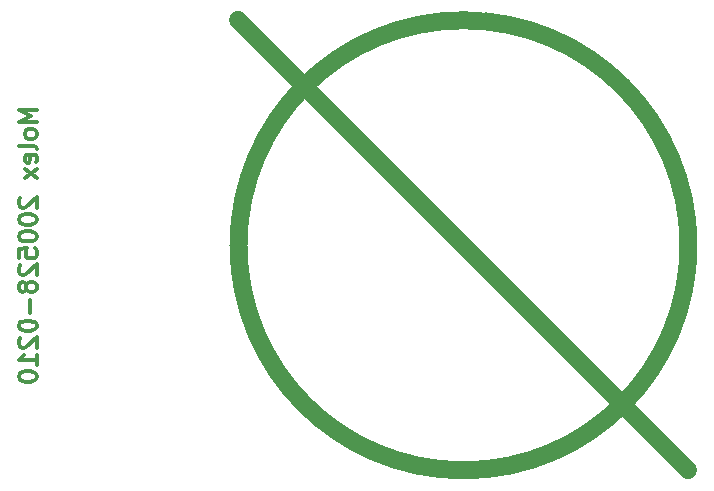
<source format=gbr>
%TF.GenerationSoftware,KiCad,Pcbnew,(6.0.4)*%
%TF.CreationDate,2022-05-17T22:38:10-07:00*%
%TF.ProjectId,ffc_interceptor,6666635f-696e-4746-9572-636570746f72,rev?*%
%TF.SameCoordinates,Original*%
%TF.FileFunction,Legend,Bot*%
%TF.FilePolarity,Positive*%
%FSLAX46Y46*%
G04 Gerber Fmt 4.6, Leading zero omitted, Abs format (unit mm)*
G04 Created by KiCad (PCBNEW (6.0.4)) date 2022-05-17 22:38:10*
%MOMM*%
%LPD*%
G01*
G04 APERTURE LIST*
%ADD10C,1.524000*%
%ADD11C,0.300000*%
G04 APERTURE END LIST*
D10*
X186182000Y-118110000D02*
X148082000Y-80010000D01*
X186182000Y-99060000D02*
G75*
G03*
X186182000Y-99060000I-19050000J0D01*
G01*
D11*
X130980571Y-87595714D02*
X129480571Y-87595714D01*
X130552000Y-88095714D01*
X129480571Y-88595714D01*
X130980571Y-88595714D01*
X130980571Y-89524285D02*
X130909142Y-89381428D01*
X130837714Y-89310000D01*
X130694857Y-89238571D01*
X130266285Y-89238571D01*
X130123428Y-89310000D01*
X130052000Y-89381428D01*
X129980571Y-89524285D01*
X129980571Y-89738571D01*
X130052000Y-89881428D01*
X130123428Y-89952857D01*
X130266285Y-90024285D01*
X130694857Y-90024285D01*
X130837714Y-89952857D01*
X130909142Y-89881428D01*
X130980571Y-89738571D01*
X130980571Y-89524285D01*
X130980571Y-90881428D02*
X130909142Y-90738571D01*
X130766285Y-90667142D01*
X129480571Y-90667142D01*
X130909142Y-92024285D02*
X130980571Y-91881428D01*
X130980571Y-91595714D01*
X130909142Y-91452857D01*
X130766285Y-91381428D01*
X130194857Y-91381428D01*
X130052000Y-91452857D01*
X129980571Y-91595714D01*
X129980571Y-91881428D01*
X130052000Y-92024285D01*
X130194857Y-92095714D01*
X130337714Y-92095714D01*
X130480571Y-91381428D01*
X130980571Y-92595714D02*
X129980571Y-93381428D01*
X129980571Y-92595714D02*
X130980571Y-93381428D01*
X129623428Y-95024285D02*
X129552000Y-95095714D01*
X129480571Y-95238571D01*
X129480571Y-95595714D01*
X129552000Y-95738571D01*
X129623428Y-95810000D01*
X129766285Y-95881428D01*
X129909142Y-95881428D01*
X130123428Y-95810000D01*
X130980571Y-94952857D01*
X130980571Y-95881428D01*
X129480571Y-96810000D02*
X129480571Y-96952857D01*
X129552000Y-97095714D01*
X129623428Y-97167142D01*
X129766285Y-97238571D01*
X130052000Y-97310000D01*
X130409142Y-97310000D01*
X130694857Y-97238571D01*
X130837714Y-97167142D01*
X130909142Y-97095714D01*
X130980571Y-96952857D01*
X130980571Y-96810000D01*
X130909142Y-96667142D01*
X130837714Y-96595714D01*
X130694857Y-96524285D01*
X130409142Y-96452857D01*
X130052000Y-96452857D01*
X129766285Y-96524285D01*
X129623428Y-96595714D01*
X129552000Y-96667142D01*
X129480571Y-96810000D01*
X129480571Y-98238571D02*
X129480571Y-98381428D01*
X129552000Y-98524285D01*
X129623428Y-98595714D01*
X129766285Y-98667142D01*
X130052000Y-98738571D01*
X130409142Y-98738571D01*
X130694857Y-98667142D01*
X130837714Y-98595714D01*
X130909142Y-98524285D01*
X130980571Y-98381428D01*
X130980571Y-98238571D01*
X130909142Y-98095714D01*
X130837714Y-98024285D01*
X130694857Y-97952857D01*
X130409142Y-97881428D01*
X130052000Y-97881428D01*
X129766285Y-97952857D01*
X129623428Y-98024285D01*
X129552000Y-98095714D01*
X129480571Y-98238571D01*
X129480571Y-100095714D02*
X129480571Y-99381428D01*
X130194857Y-99310000D01*
X130123428Y-99381428D01*
X130052000Y-99524285D01*
X130052000Y-99881428D01*
X130123428Y-100024285D01*
X130194857Y-100095714D01*
X130337714Y-100167142D01*
X130694857Y-100167142D01*
X130837714Y-100095714D01*
X130909142Y-100024285D01*
X130980571Y-99881428D01*
X130980571Y-99524285D01*
X130909142Y-99381428D01*
X130837714Y-99310000D01*
X129623428Y-100738571D02*
X129552000Y-100810000D01*
X129480571Y-100952857D01*
X129480571Y-101310000D01*
X129552000Y-101452857D01*
X129623428Y-101524285D01*
X129766285Y-101595714D01*
X129909142Y-101595714D01*
X130123428Y-101524285D01*
X130980571Y-100667142D01*
X130980571Y-101595714D01*
X130123428Y-102452857D02*
X130052000Y-102310000D01*
X129980571Y-102238571D01*
X129837714Y-102167142D01*
X129766285Y-102167142D01*
X129623428Y-102238571D01*
X129552000Y-102310000D01*
X129480571Y-102452857D01*
X129480571Y-102738571D01*
X129552000Y-102881428D01*
X129623428Y-102952857D01*
X129766285Y-103024285D01*
X129837714Y-103024285D01*
X129980571Y-102952857D01*
X130052000Y-102881428D01*
X130123428Y-102738571D01*
X130123428Y-102452857D01*
X130194857Y-102310000D01*
X130266285Y-102238571D01*
X130409142Y-102167142D01*
X130694857Y-102167142D01*
X130837714Y-102238571D01*
X130909142Y-102310000D01*
X130980571Y-102452857D01*
X130980571Y-102738571D01*
X130909142Y-102881428D01*
X130837714Y-102952857D01*
X130694857Y-103024285D01*
X130409142Y-103024285D01*
X130266285Y-102952857D01*
X130194857Y-102881428D01*
X130123428Y-102738571D01*
X130409142Y-103667142D02*
X130409142Y-104810000D01*
X129480571Y-105810000D02*
X129480571Y-105952857D01*
X129552000Y-106095714D01*
X129623428Y-106167142D01*
X129766285Y-106238571D01*
X130052000Y-106310000D01*
X130409142Y-106310000D01*
X130694857Y-106238571D01*
X130837714Y-106167142D01*
X130909142Y-106095714D01*
X130980571Y-105952857D01*
X130980571Y-105810000D01*
X130909142Y-105667142D01*
X130837714Y-105595714D01*
X130694857Y-105524285D01*
X130409142Y-105452857D01*
X130052000Y-105452857D01*
X129766285Y-105524285D01*
X129623428Y-105595714D01*
X129552000Y-105667142D01*
X129480571Y-105810000D01*
X129623428Y-106881428D02*
X129552000Y-106952857D01*
X129480571Y-107095714D01*
X129480571Y-107452857D01*
X129552000Y-107595714D01*
X129623428Y-107667142D01*
X129766285Y-107738571D01*
X129909142Y-107738571D01*
X130123428Y-107667142D01*
X130980571Y-106810000D01*
X130980571Y-107738571D01*
X130980571Y-109167142D02*
X130980571Y-108310000D01*
X130980571Y-108738571D02*
X129480571Y-108738571D01*
X129694857Y-108595714D01*
X129837714Y-108452857D01*
X129909142Y-108310000D01*
X129480571Y-110095714D02*
X129480571Y-110238571D01*
X129552000Y-110381428D01*
X129623428Y-110452857D01*
X129766285Y-110524285D01*
X130052000Y-110595714D01*
X130409142Y-110595714D01*
X130694857Y-110524285D01*
X130837714Y-110452857D01*
X130909142Y-110381428D01*
X130980571Y-110238571D01*
X130980571Y-110095714D01*
X130909142Y-109952857D01*
X130837714Y-109881428D01*
X130694857Y-109810000D01*
X130409142Y-109738571D01*
X130052000Y-109738571D01*
X129766285Y-109810000D01*
X129623428Y-109881428D01*
X129552000Y-109952857D01*
X129480571Y-110095714D01*
M02*

</source>
